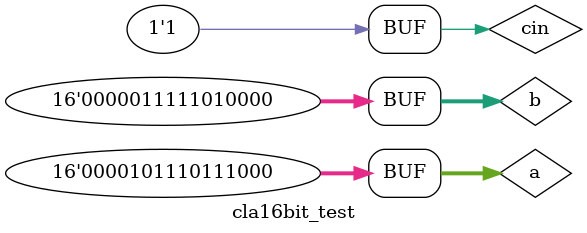
<source format=v>
`timescale 1ns / 1ps


module cla16bit_test;

	// Inputs
	reg [15:0] a;
	reg [15:0] b;
	reg cin;

	// Outputs
	wire [15:0] c;
	wire [15:0] s;
	wire cout;

	// Instantiate the Unit Under Test (UUT)
	CLA16bit uut (
		.a(a), 
		.b(b), 
		.cin(cin), 
		.c(c), 
		.s(s), 
		.cout(cout)
	);

	initial begin
		// Initialize Inputs
		a = 3000;
		b = 2000;
		cin = 1;

		// Wait 100 ns for global reset to finish
		#100;
        
		// Add stimulus here

	end
      
endmodule


</source>
